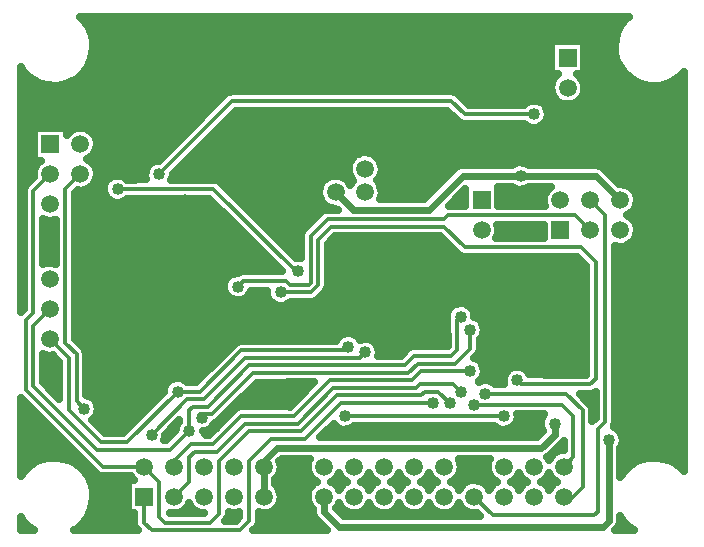
<source format=gbr>
G04 DipTrace 2.1.9.5*
%INBottom.gbr*%
%MOIN*%
%ADD13C,0.013*%
%ADD14C,0.022*%
%ADD15C,0.025*%
%ADD23C,0.17*%
%ADD24C,0.0591*%
%ADD25R,0.0591X0.0591*%
%ADD30C,0.04*%
%FSLAX44Y44*%
%SFA1B1*%
%OFA0B0*%
G04*
G70*
G90*
G75*
G01*
%LNBottom*%
%LPD*%
X23315Y14315D2*
D13*
X22814Y14816D1*
X18564D1*
X18439Y14691D1*
X14564D1*
X14002Y14128D1*
Y12566D1*
X13939Y12503D1*
X13314D1*
X13189Y12628D1*
X11752D1*
X11564Y12441D1*
X14829Y15590D2*
D14*
X15417Y15003D1*
X17940D1*
X19065Y16128D1*
X20990D1*
X23502D1*
X24315Y15315D1*
X12440Y5440D2*
Y6440D1*
Y6630D1*
X12877Y7066D1*
X21688D1*
X22126Y7504D1*
Y7879D1*
X13002Y8566D2*
D13*
X13064Y8504D1*
X11817Y11001D2*
X11877Y10941D1*
X18064Y8566D2*
X15001D1*
X13814Y7379D1*
X12689D1*
X11939Y6629D1*
Y4629D1*
X11627Y4317D1*
X8690D1*
X8440Y4567D1*
Y5440D1*
X18626Y8566D2*
X18251Y8941D1*
X17814D1*
X17689Y8816D1*
X14877D1*
X13689Y7629D1*
X11939D1*
X10939Y6629D1*
Y4879D1*
X10627Y4567D1*
X9127D1*
X8940Y4754D1*
Y5940D1*
X8440Y6440D1*
X5315Y16190D2*
X4753Y15628D1*
Y11566D1*
X4503Y11316D1*
Y9004D1*
X7066Y6440D1*
X8440D1*
X6315Y16190D2*
X5815Y15690D1*
Y10566D1*
X6190Y10191D1*
Y8629D1*
X6440Y8379D1*
X19001Y8941D2*
X18751Y9191D1*
X17626D1*
X17501Y9066D1*
X14752D1*
X13564Y7879D1*
X11814D1*
X10877Y6941D1*
X10127D1*
X9940Y6754D1*
Y5940D1*
X9440Y5440D1*
X19314Y9629D2*
X17689D1*
X17376Y9316D1*
X14627D1*
X13439Y8129D1*
X11689D1*
X10752Y7191D1*
X10002D1*
X9440Y6629D1*
Y6440D1*
X8691Y7504D2*
X9879Y8691D1*
X10439D1*
X11814Y10066D1*
X15626D1*
X15814Y10254D1*
X15251Y10441D2*
X15126Y10316D1*
X11689D1*
X10314Y8941D1*
X9565D1*
X5316Y10691D2*
X5315Y10690D1*
X5940Y10065D1*
Y8316D1*
X7002Y7254D1*
X7877D1*
X9565Y8941D1*
X19001Y11441D2*
X18876Y11316D1*
Y10316D1*
X18689Y10129D1*
X17439D1*
X17126Y9816D1*
X11939D1*
X10564Y8441D1*
X10066D1*
X9940Y8315D1*
Y7628D1*
X9315Y7004D1*
X6877D1*
X4753Y9129D1*
Y11128D1*
X5315Y11690D1*
X19314Y11003D2*
Y10379D1*
X18814Y9879D1*
X17564D1*
X17251Y9566D1*
X12066D1*
X10690Y8190D1*
X10315D1*
Y8004D1*
X10377Y8067D1*
X15127Y8128D2*
X20440D1*
X13002Y12253D2*
X14002D1*
X14252Y12503D1*
Y14003D1*
X14689Y14441D1*
X18439D1*
X19126Y13753D1*
X23001D1*
X23501Y13253D1*
Y9379D1*
X23313Y9191D1*
X21001D1*
X20876Y9316D1*
X19815Y8878D2*
X22502D1*
X23063Y8316D1*
Y5754D1*
X22687Y5378D1*
X22502D1*
X22440Y5440D1*
X19440Y8503D2*
X22377D1*
X22751Y8129D1*
Y6751D1*
X22440Y6440D1*
X23315Y15315D2*
X23813Y14817D1*
Y7941D1*
X23563Y7691D1*
Y4942D1*
X23438Y4817D1*
X20063D1*
X19440Y5440D1*
X8940Y16190D2*
X11377Y18628D1*
X18689D1*
X19126Y18190D1*
X21438D1*
X14440Y5440D2*
D14*
Y4940D1*
X14940Y4440D1*
X23752D1*
X23940Y4628D1*
Y7315D1*
X13558Y12948D2*
D13*
X13495D1*
X10752Y15690D1*
X7565D1*
D30*
X11564Y12441D3*
X20990Y16128D3*
X22126Y7879D3*
X13002Y8566D3*
X11817Y11001D3*
X18064Y8566D3*
X18626D3*
X6440Y8379D3*
X19001Y8941D3*
X19314Y9629D3*
X8691Y7504D3*
X15814Y10254D3*
X15251Y10441D3*
X9565Y8941D3*
X19001Y11441D3*
X9940Y7628D3*
X19314Y11003D3*
X10377Y8067D3*
X15127Y8128D3*
X20440D3*
X13002Y12253D3*
X20876Y9316D3*
X19815Y8878D3*
X19440Y8503D3*
X8940Y16190D3*
X21438Y18190D3*
X23940Y7315D3*
X13558Y12948D3*
X7565Y15690D3*
X9065Y19003D3*
X8877Y17565D3*
X13940Y19940D3*
X15940D3*
X14440Y17940D3*
X15940D3*
X19440Y17440D3*
X20940D3*
X23440D3*
X24440Y16440D3*
X24940Y18440D3*
X25940D3*
Y17440D3*
X25440Y14940D3*
X24940Y7940D3*
X18065Y7565D3*
X18690D3*
X19315D3*
X14690D3*
X7440Y7690D3*
X4565Y8190D3*
Y7065D3*
X5190Y7440D3*
X10440Y14315D3*
Y13315D3*
X9815Y15315D3*
X10315Y16565D3*
X12565Y14815D3*
X11440Y11565D3*
X14565Y11690D3*
Y10815D3*
X17815Y12690D3*
X18565Y12190D3*
X18190Y19815D3*
X19315D3*
X7065Y21190D3*
X7940D3*
X8815D3*
X9690D3*
X10565D3*
X11565D3*
X7065Y20190D3*
Y19190D3*
X5940Y18690D3*
X4690D3*
X11565Y20190D3*
X18190Y16190D3*
X20815Y12690D3*
X23065Y11440D3*
X22690Y10940D3*
X24315Y13065D3*
X21440Y7690D3*
X13315Y13940D3*
X24565Y11065D3*
X24440Y9440D3*
X10814Y7754D3*
X7627Y5440D3*
X7877Y11503D3*
X8690D3*
X10627Y9941D3*
X6539Y21181D2*
D15*
X24341D1*
X6676Y20933D2*
X24204D1*
X6746Y20684D2*
X24130D1*
X6770Y20435D2*
X21989D1*
X23141D2*
X24111D1*
X6746Y20187D2*
X21989D1*
X23141D2*
X24134D1*
X6672Y19938D2*
X21989D1*
X23141D2*
X24208D1*
X6536Y19689D2*
X21989D1*
X23141D2*
X24345D1*
X4350Y19440D2*
X4575D1*
X6305D2*
X22138D1*
X22993D2*
X24575D1*
X26305D2*
X26406D1*
X4350Y19192D2*
X5029D1*
X5848D2*
X22005D1*
X23125D2*
X25029D1*
X25848D2*
X26404D1*
X4350Y18943D2*
X11298D1*
X18766D2*
X22005D1*
X23125D2*
X26404D1*
X4350Y18694D2*
X10966D1*
X19098D2*
X22134D1*
X22996D2*
X26404D1*
X4350Y18446D2*
X10716D1*
X21840D2*
X26404D1*
X4350Y18197D2*
X10470D1*
X11422D2*
X18642D1*
X21918D2*
X26404D1*
X4350Y17948D2*
X10220D1*
X11176D2*
X18892D1*
X21848D2*
X26404D1*
X4350Y17700D2*
X4739D1*
X5891D2*
X6083D1*
X6547D2*
X9970D1*
X10926D2*
X26404D1*
X4350Y17451D2*
X4739D1*
X6825D2*
X9724D1*
X10676D2*
X26404D1*
X4350Y17202D2*
X4739D1*
X6891D2*
X9474D1*
X10430D2*
X26404D1*
X4350Y16954D2*
X4739D1*
X6836D2*
X9224D1*
X10180D2*
X26404D1*
X4350Y16705D2*
X4739D1*
X6598D2*
X8978D1*
X9930D2*
X15349D1*
X16270D2*
X26404D1*
X4350Y16456D2*
X4810D1*
X6821D2*
X8544D1*
X9684D2*
X15239D1*
X16375D2*
X18880D1*
X23684D2*
X26404D1*
X4350Y16208D2*
X4739D1*
X6891D2*
X8458D1*
X9434D2*
X15259D1*
X16360D2*
X18603D1*
X23965D2*
X26404D1*
X4350Y15959D2*
X4607D1*
X6840D2*
X7173D1*
X10950D2*
X14396D1*
X15262D2*
X15375D1*
X16243D2*
X18357D1*
X24211D2*
X26404D1*
X6610Y15710D2*
X7087D1*
X11211D2*
X14267D1*
X16371D2*
X18107D1*
X20266D2*
X20786D1*
X21196D2*
X21907D1*
X24723D2*
X26404D1*
X6161Y15461D2*
X7146D1*
X11457D2*
X14271D1*
X16368D2*
X17857D1*
X18942D2*
X19114D1*
X20266D2*
X21759D1*
X24871D2*
X26404D1*
X6161Y15213D2*
X10751D1*
X11707D2*
X14404D1*
X18692D2*
X19114D1*
X20266D2*
X21751D1*
X24879D2*
X26404D1*
X6161Y14964D2*
X11001D1*
X11957D2*
X14372D1*
X24762D2*
X26404D1*
X6161Y14715D2*
X11251D1*
X12204D2*
X14111D1*
X24719D2*
X26404D1*
X5098Y14467D2*
X5470D1*
X6161D2*
X11497D1*
X12454D2*
X13864D1*
X20243D2*
X21739D1*
X24868D2*
X26404D1*
X5098Y14218D2*
X5470D1*
X6161D2*
X11747D1*
X12704D2*
X13669D1*
X20258D2*
X21739D1*
X24883D2*
X26404D1*
X5098Y13969D2*
X5470D1*
X6161D2*
X11997D1*
X12950D2*
X13657D1*
X14696D2*
X18431D1*
X24770D2*
X26404D1*
X5098Y13721D2*
X5470D1*
X6161D2*
X12243D1*
X13200D2*
X13657D1*
X14598D2*
X18681D1*
X24157D2*
X26404D1*
X5098Y13472D2*
X5470D1*
X6161D2*
X12493D1*
X13450D2*
X13657D1*
X14598D2*
X18950D1*
X24157D2*
X26404D1*
X6161Y13223D2*
X12743D1*
X14598D2*
X23052D1*
X24157D2*
X26404D1*
X6161Y12975D2*
X12989D1*
X14598D2*
X23157D1*
X24157D2*
X26404D1*
X6161Y12726D2*
X11185D1*
X14598D2*
X23157D1*
X24157D2*
X26404D1*
X6161Y12477D2*
X11087D1*
X14594D2*
X23157D1*
X24157D2*
X26404D1*
X6161Y12229D2*
X11138D1*
X11993D2*
X12521D1*
X14454D2*
X23157D1*
X24157D2*
X26404D1*
X6161Y11980D2*
X12614D1*
X14192D2*
X23157D1*
X24157D2*
X26404D1*
X6161Y11731D2*
X18626D1*
X19375D2*
X23157D1*
X24157D2*
X26404D1*
X6161Y11482D2*
X18525D1*
X19481D2*
X23157D1*
X24157D2*
X26404D1*
X6161Y11234D2*
X18532D1*
X19731D2*
X23157D1*
X24157D2*
X26404D1*
X6161Y10985D2*
X18532D1*
X19793D2*
X23157D1*
X24157D2*
X26404D1*
X6161Y10736D2*
X14880D1*
X15621D2*
X18532D1*
X19707D2*
X23157D1*
X24157D2*
X26404D1*
X6371Y10488D2*
X11384D1*
X16227D2*
X18532D1*
X19657D2*
X23157D1*
X24157D2*
X26404D1*
X6532Y10239D2*
X11134D1*
X16293D2*
X17071D1*
X19625D2*
X23157D1*
X24157D2*
X26404D1*
X5098Y9990D2*
X5536D1*
X6536D2*
X10888D1*
X19614D2*
X23157D1*
X24157D2*
X26404D1*
X5098Y9742D2*
X5595D1*
X6536D2*
X10638D1*
X19778D2*
X20689D1*
X21063D2*
X23157D1*
X24157D2*
X26404D1*
X5098Y9493D2*
X5595D1*
X6536D2*
X10388D1*
X19774D2*
X20431D1*
X24157D2*
X26404D1*
X5114Y9244D2*
X5595D1*
X6536D2*
X9200D1*
X12223D2*
X14075D1*
X20110D2*
X20404D1*
X24157D2*
X26404D1*
X5364Y8996D2*
X5595D1*
X6536D2*
X9087D1*
X11973D2*
X13829D1*
X24157D2*
X26404D1*
X6731Y8747D2*
X8892D1*
X11723D2*
X13579D1*
X23110D2*
X23470D1*
X24157D2*
X26404D1*
X4350Y8498D2*
X4532D1*
X6903D2*
X8646D1*
X11477D2*
X13329D1*
X23352D2*
X23469D1*
X24157D2*
X26404D1*
X4350Y8250D2*
X4779D1*
X6903D2*
X8396D1*
X11227D2*
X11336D1*
X24157D2*
X26404D1*
X4350Y8001D2*
X5029D1*
X6731D2*
X8146D1*
X10977D2*
X11086D1*
X20903D2*
X21661D1*
X24157D2*
X26404D1*
X4350Y7752D2*
X5279D1*
X6981D2*
X7900D1*
X10731D2*
X10837D1*
X14664D2*
X14845D1*
X15411D2*
X20157D1*
X20723D2*
X21665D1*
X24094D2*
X26404D1*
X4350Y7503D2*
X5525D1*
X9172D2*
X9337D1*
X14414D2*
X21583D1*
X24379D2*
X26404D1*
X4350Y7255D2*
X5775D1*
X24414D2*
X26404D1*
X4350Y7006D2*
X6025D1*
X22168D2*
X22407D1*
X24329D2*
X26404D1*
X4350Y6757D2*
X6271D1*
X24329D2*
X26404D1*
X4350Y6509D2*
X4665D1*
X6215D2*
X6521D1*
X13012D2*
X13868D1*
X19012D2*
X19868D1*
X24329D2*
X24665D1*
X26215D2*
X26404D1*
X6481Y6260D2*
X6771D1*
X12985D2*
X13896D1*
X18985D2*
X19896D1*
X6641Y6011D2*
X8071D1*
X12829D2*
X14071D1*
X14809D2*
X15071D1*
X15809D2*
X16071D1*
X16809D2*
X17071D1*
X17809D2*
X18071D1*
X18809D2*
X20071D1*
X20809D2*
X21071D1*
X21809D2*
X22071D1*
X6731Y5763D2*
X7864D1*
X12911D2*
X13970D1*
X6770Y5514D2*
X7864D1*
X13008D2*
X13868D1*
X6758Y5265D2*
X7864D1*
X12985D2*
X13892D1*
X6700Y5017D2*
X7864D1*
X9817D2*
X10064D1*
X12817D2*
X14052D1*
X14903D2*
X15064D1*
X15817D2*
X16064D1*
X16817D2*
X17064D1*
X17817D2*
X18064D1*
X18817D2*
X19064D1*
X6586Y4768D2*
X8095D1*
X11266D2*
X11595D1*
X12286D2*
X14095D1*
X4350Y4519D2*
X4489D1*
X6391D2*
X8099D1*
X12266D2*
X14321D1*
X24313D2*
X24489D1*
X16345Y15466D2*
X16310Y15367D1*
X17788Y15368D1*
X18807Y16386D1*
X18909Y16457D1*
X19043Y16492D1*
X20717Y16493D1*
X20849Y16560D1*
X20971Y16582D1*
X21095Y16570D1*
X21212Y16525D1*
X21258Y16490D1*
X23365Y16493D1*
X23502D1*
X23625Y16471D1*
X23745Y16400D1*
X24283Y15864D1*
X24347D1*
X24470Y15843D1*
X24585Y15795D1*
X24686Y15722D1*
X24768Y15628D1*
X24827Y15518D1*
X24859Y15397D1*
X24865Y15315D1*
X24851Y15191D1*
X24809Y15074D1*
X24742Y14968D1*
X24653Y14881D1*
X24543Y14815D1*
X24686Y14722D1*
X24768Y14628D1*
X24827Y14518D1*
X24859Y14397D1*
X24865Y14315D1*
X24851Y14191D1*
X24809Y14074D1*
X24742Y13968D1*
X24653Y13881D1*
X24547Y13816D1*
X24429Y13777D1*
X24304Y13765D1*
X24181Y13781D1*
X24133Y13799D1*
Y7941D1*
X24108Y7820D1*
X24161Y7713D1*
X24261Y7638D1*
X24336Y7539D1*
X24382Y7423D1*
X24395Y7315D1*
X24378Y7192D1*
X24328Y7077D1*
X24306Y7050D1*
X24305Y6085D1*
X24429Y6267D1*
X24605Y6445D1*
X24811Y6585D1*
X25041Y6684D1*
X25285Y6737D1*
X25534Y6743D1*
X25780Y6701D1*
X26014Y6614D1*
X26227Y6483D1*
X26411Y6314D1*
X26428Y6293D1*
X26430Y8200D1*
Y19587D1*
X26291Y19449D1*
X26087Y19305D1*
X25859Y19203D1*
X25616Y19146D1*
X25367Y19136D1*
X25120Y19173D1*
X24885Y19257D1*
X24670Y19385D1*
X24484Y19550D1*
X24332Y19748D1*
X24220Y19972D1*
X24154Y20212D1*
X24134Y20461D1*
X24162Y20709D1*
X24236Y20947D1*
X24355Y21167D1*
X24513Y21360D1*
X24591Y21431D1*
X16680Y21430D1*
X6293D1*
X6411Y21314D1*
X6559Y21114D1*
X6667Y20888D1*
X6730Y20647D1*
X6746Y20440D1*
X6722Y20192D1*
X6652Y19952D1*
X6537Y19731D1*
X6382Y19535D1*
X6193Y19372D1*
X5976Y19249D1*
X5739Y19168D1*
X5492Y19135D1*
X5243Y19149D1*
X5001Y19210D1*
X4775Y19316D1*
X4573Y19463D1*
X4403Y19646D1*
X4326Y19759D1*
X4325Y11590D1*
X4434Y11700D1*
X4433Y15628D1*
X4457Y15749D1*
X4526Y15854D1*
X4772Y16100D1*
X4765Y16211D1*
X4784Y16335D1*
X4830Y16450D1*
X4901Y16553D1*
X4997Y16639D1*
X4765Y16640D1*
Y17740D1*
X5865D1*
Y17510D1*
X5994Y17637D1*
X6103Y17698D1*
X6222Y17732D1*
X6347Y17739D1*
X6470Y17718D1*
X6585Y17670D1*
X6686Y17597D1*
X6768Y17503D1*
X6827Y17393D1*
X6859Y17272D1*
X6865Y17190D1*
X6851Y17066D1*
X6809Y16949D1*
X6742Y16843D1*
X6653Y16756D1*
X6543Y16690D1*
X6686Y16597D1*
X6768Y16503D1*
X6827Y16393D1*
X6859Y16272D1*
X6865Y16190D1*
X6851Y16066D1*
X6809Y15949D1*
X6742Y15843D1*
X6653Y15756D1*
X6547Y15691D1*
X6429Y15652D1*
X6304Y15640D1*
X6231Y15650D1*
X6135Y15558D1*
Y10702D1*
X6416Y10417D1*
X6485Y10314D1*
X6510Y10191D1*
Y8828D1*
X6661Y8776D1*
X6761Y8702D1*
X6836Y8602D1*
X6882Y8487D1*
X6895Y8379D1*
X6878Y8255D1*
X6828Y8141D1*
X6749Y8045D1*
X6701Y8011D1*
X7136Y7573D1*
X7748Y7574D1*
X9065Y8894D1*
X9112Y8941D1*
X9115Y9011D1*
X9151Y9131D1*
X9218Y9236D1*
X9311Y9319D1*
X9423Y9374D1*
X9545Y9396D1*
X9669Y9384D1*
X9786Y9339D1*
X9888Y9261D1*
X10186D1*
X11463Y10542D1*
X11566Y10611D1*
X11689Y10636D1*
X14842D1*
X14905Y10736D1*
X14998Y10819D1*
X15110Y10873D1*
X15232Y10896D1*
X15356Y10884D1*
X15473Y10839D1*
X15572Y10764D1*
X15641Y10674D1*
X15795Y10708D1*
X15919Y10696D1*
X16035Y10651D1*
X16135Y10576D1*
X16210Y10477D1*
X16256Y10361D1*
X16269Y10254D1*
X16252Y10134D1*
X16990Y10136D1*
X17212Y10355D1*
X17316Y10424D1*
X17439Y10449D1*
X18560D1*
X18556Y11316D1*
X18552Y11511D1*
X18587Y11631D1*
X18654Y11736D1*
X18747Y11819D1*
X18859Y11873D1*
X18982Y11896D1*
X19106Y11884D1*
X19222Y11839D1*
X19322Y11764D1*
X19397Y11665D1*
X19443Y11549D1*
X19456Y11437D1*
X19535Y11401D1*
X19634Y11326D1*
X19710Y11227D1*
X19756Y11111D1*
X19769Y11003D1*
X19751Y10880D1*
X19702Y10766D1*
X19635Y10685D1*
X19634Y10379D1*
X19609Y10257D1*
X19540Y10152D1*
X19449Y10061D1*
X19535Y10026D1*
X19634Y9951D1*
X19710Y9852D1*
X19756Y9736D1*
X19769Y9629D1*
X19751Y9505D1*
X19702Y9391D1*
X19623Y9295D1*
X19594Y9275D1*
X19673Y9310D1*
X19796Y9332D1*
X19920Y9320D1*
X20036Y9275D1*
X20138Y9197D1*
X20436Y9198D1*
X20424Y9262D1*
X20426Y9386D1*
X20462Y9506D1*
X20529Y9611D1*
X20622Y9694D1*
X20734Y9749D1*
X20857Y9771D1*
X20981Y9759D1*
X21097Y9714D1*
X21197Y9639D1*
X21282Y9515D1*
X22251Y9511D1*
X23184D1*
X23181Y10254D1*
Y13125D1*
X22868Y13433D1*
X19126D1*
X19004Y13457D1*
X18900Y13527D1*
X18306Y14121D1*
X14818D1*
X14570Y13869D1*
X14572Y12503D1*
X14547Y12381D1*
X14478Y12277D1*
X14228Y12027D1*
X14125Y11958D1*
X14002Y11933D1*
X13326D1*
X13209Y11848D1*
X13091Y11807D1*
X12966Y11800D1*
X12845Y11826D1*
X12735Y11885D1*
X12645Y11971D1*
X12582Y12079D1*
X12550Y12199D1*
X12552Y12312D1*
X11998Y12308D1*
X11952Y12203D1*
X11873Y12107D1*
X11771Y12036D1*
X11653Y11995D1*
X11529Y11987D1*
X11407Y12014D1*
X11297Y12072D1*
X11207Y12159D1*
X11144Y12266D1*
X11113Y12387D1*
X11115Y12511D1*
X11151Y12630D1*
X11218Y12736D1*
X11311Y12819D1*
X11423Y12873D1*
X11572Y12893D1*
X11625Y12922D1*
X11752Y12948D1*
X13045D1*
X11766Y14224D1*
X10620Y15370D1*
X7889D1*
X7772Y15285D1*
X7654Y15244D1*
X7530Y15236D1*
X7408Y15263D1*
X7298Y15322D1*
X7208Y15408D1*
X7145Y15515D1*
X7113Y15636D1*
X7115Y15760D1*
X7151Y15880D1*
X7218Y15985D1*
X7311Y16068D1*
X7423Y16122D1*
X7546Y16145D1*
X7670Y16133D1*
X7786Y16088D1*
X7888Y16010D1*
X8520Y16016D1*
X8488Y16136D1*
X8490Y16261D1*
X8526Y16380D1*
X8593Y16485D1*
X8686Y16568D1*
X8798Y16623D1*
X8940Y16643D1*
X11151Y18854D1*
X11254Y18923D1*
X11377Y18948D1*
X18689D1*
X18810Y18924D1*
X18915Y18854D1*
X19260Y18509D1*
X21114Y18510D1*
X21185Y18568D1*
X21297Y18623D1*
X21419Y18645D1*
X21543Y18633D1*
X21659Y18588D1*
X21759Y18513D1*
X21835Y18414D1*
X21880Y18298D1*
X21893Y18190D1*
X21876Y18067D1*
X21826Y17953D1*
X21747Y17856D1*
X21645Y17785D1*
X21527Y17744D1*
X21403Y17737D1*
X21281Y17763D1*
X21171Y17822D1*
X21118Y17873D1*
X20063Y17870D1*
X19126D1*
X19004Y17894D1*
X18900Y17964D1*
X18555Y18309D1*
X11513Y18308D1*
X9835Y16634D1*
X9395Y16190D1*
X9378Y16067D1*
X9351Y16006D1*
X10065Y16010D1*
X10752D1*
X10874Y15986D1*
X10979Y15916D1*
X13495Y13400D1*
X13663Y13390D1*
X13681Y13383D1*
X13682Y14128D1*
X13706Y14250D1*
X13775Y14354D1*
X14338Y14917D1*
X14441Y14986D1*
X14564Y15011D1*
X14896D1*
X14818Y15040D1*
X14694Y15057D1*
X14578Y15101D1*
X14474Y15170D1*
X14388Y15260D1*
X14325Y15368D1*
X14288Y15487D1*
X14279Y15612D1*
X14298Y15735D1*
X14344Y15851D1*
X14415Y15953D1*
X14507Y16037D1*
X14616Y16098D1*
X14736Y16133D1*
X14861Y16140D1*
X14983Y16118D1*
X15098Y16070D1*
X15200Y15997D1*
X15282Y15903D1*
X15316Y15838D1*
X15395Y15953D1*
X15421Y15977D1*
X15368Y16040D1*
X15305Y16148D1*
X15268Y16267D1*
X15259Y16392D1*
X15278Y16515D1*
X15324Y16631D1*
X15395Y16733D1*
X15487Y16817D1*
X15596Y16878D1*
X15716Y16913D1*
X15841Y16920D1*
X15963Y16898D1*
X16078Y16850D1*
X16180Y16777D1*
X16262Y16683D1*
X16320Y16573D1*
X16353Y16452D1*
X16359Y16370D1*
X16345Y16246D1*
X16303Y16129D1*
X16236Y16024D1*
X16194Y15983D1*
X16262Y15903D1*
X16320Y15793D1*
X16353Y15672D1*
X16359Y15590D1*
X16345Y15466D1*
X5491Y14673D2*
X5429Y14652D1*
X5304Y14640D1*
X5181Y14656D1*
X5075Y14696D1*
X5073Y13186D1*
X5222Y13232D1*
X5347Y13239D1*
X5495Y13207D1*
Y14672D1*
X5401Y10149D2*
X5304Y10140D1*
X5181Y10156D1*
X5075Y10196D1*
X5073Y9264D1*
X5622Y8711D1*
X5620Y9930D1*
X5407Y10145D1*
X21765Y14073D2*
Y14495D1*
X20209Y14496D1*
X20234Y14397D1*
X20240Y14315D1*
X20226Y14191D1*
X20182Y14070D1*
X21126Y14073D1*
X21763D1*
X21799Y15134D2*
X21774Y15212D1*
X21765Y15336D1*
X21784Y15460D1*
X21830Y15575D1*
X21901Y15678D1*
X21997Y15764D1*
X21264Y15763D1*
X21197Y15722D1*
X21080Y15681D1*
X20955Y15674D1*
X20833Y15700D1*
X20721Y15762D1*
X20237Y15763D1*
X20240Y15365D1*
Y15135D1*
X21794Y15136D1*
X19140D2*
Y15683D1*
X18591Y15137D1*
X19138Y15136D1*
X22140Y20615D2*
X23115D1*
Y19515D1*
X22885D1*
X22936Y19472D1*
X23018Y19378D1*
X23077Y19268D1*
X23109Y19147D1*
X23115Y19065D1*
X23101Y18941D1*
X23059Y18824D1*
X22992Y18718D1*
X22903Y18631D1*
X22797Y18566D1*
X22679Y18527D1*
X22554Y18515D1*
X22431Y18531D1*
X22314Y18575D1*
X22210Y18644D1*
X22125Y18735D1*
X22062Y18843D1*
X22024Y18962D1*
X22015Y19086D1*
X22034Y19210D1*
X22080Y19325D1*
X22151Y19428D1*
X22247Y19514D1*
X22015Y19515D1*
Y20615D1*
X22140D1*
X8015Y5990D2*
X8120D1*
X8000Y6110D1*
X7994Y6120D1*
X7066D1*
X6944Y6144D1*
X6840Y6214D1*
X4324Y8730D1*
X4325Y6121D1*
X4429Y6267D1*
X4605Y6445D1*
X4811Y6585D1*
X5041Y6684D1*
X5285Y6737D1*
X5534Y6743D1*
X5780Y6701D1*
X6014Y6614D1*
X6227Y6483D1*
X6411Y6314D1*
X6559Y6114D1*
X6667Y5888D1*
X6730Y5647D1*
X6746Y5440D1*
X6722Y5192D1*
X6652Y4952D1*
X6537Y4731D1*
X6382Y4535D1*
X6193Y4372D1*
X6117Y4324D1*
X8227Y4325D1*
X8146Y4440D1*
X8120Y4567D1*
X8115Y4890D1*
X7890D1*
Y5990D1*
X8015D1*
X9938Y5210D2*
X9867Y5093D1*
X9778Y5006D1*
X9672Y4941D1*
X9554Y4902D1*
X9429Y4890D1*
X9306Y4906D1*
X9377Y4887D1*
X10429Y4890D1*
X10306Y4906D1*
X10189Y4950D1*
X10085Y5019D1*
X10000Y5110D1*
X9939Y5214D1*
X11616Y4923D2*
X11554Y4902D1*
X11429Y4890D1*
X11306Y4906D1*
X11258Y4924D1*
X11259Y4883D1*
X11237Y4761D1*
X11152Y4639D1*
X11163Y4652D1*
X11190Y4637D1*
X11498D1*
X11619Y4761D1*
Y4922D1*
X12976Y5316D2*
X12934Y5199D1*
X12867Y5093D1*
X12778Y5006D1*
X12672Y4941D1*
X12554Y4902D1*
X12429Y4890D1*
X12306Y4906D1*
X12258Y4924D1*
X12259Y4629D1*
X12235Y4507D1*
X12166Y4403D1*
X12085Y4323D1*
X14540Y4325D1*
X14182Y4682D1*
X14110Y4784D1*
X14076Y4918D1*
X14075Y5030D1*
X14000Y5110D1*
X13937Y5218D1*
X13899Y5337D1*
X13890Y5461D1*
X13909Y5585D1*
X13955Y5700D1*
X14026Y5803D1*
X14119Y5887D1*
X14211Y5938D1*
X14085Y6019D1*
X14000Y6110D1*
X13937Y6218D1*
X13899Y6337D1*
X13890Y6461D1*
X13909Y6585D1*
X13957Y6704D1*
X13028Y6701D1*
X12955Y6629D1*
X12984Y6522D1*
X12990Y6440D1*
X12976Y6316D1*
X12934Y6199D1*
X12867Y6093D1*
X12803Y6031D1*
X12805Y5850D1*
X12893Y5753D1*
X12952Y5643D1*
X12984Y5522D1*
X12990Y5440D1*
X12976Y5316D1*
X14938Y5210D2*
X14867Y5093D1*
X14837Y5063D1*
X15093Y4803D1*
X19440Y4805D1*
X19624D1*
X19531Y4897D1*
X19429Y4890D1*
X19306Y4906D1*
X19189Y4950D1*
X19085Y5019D1*
X19000Y5110D1*
X18939Y5214D1*
X18867Y5093D1*
X18778Y5006D1*
X18672Y4941D1*
X18554Y4902D1*
X18429Y4890D1*
X18306Y4906D1*
X18189Y4950D1*
X18085Y5019D1*
X18000Y5110D1*
X17939Y5214D1*
X17867Y5093D1*
X17778Y5006D1*
X17672Y4941D1*
X17554Y4902D1*
X17429Y4890D1*
X17306Y4906D1*
X17189Y4950D1*
X17085Y5019D1*
X17000Y5110D1*
X16939Y5214D1*
X16867Y5093D1*
X16778Y5006D1*
X16672Y4941D1*
X16554Y4902D1*
X16429Y4890D1*
X16306Y4906D1*
X16189Y4950D1*
X16085Y5019D1*
X16000Y5110D1*
X15939Y5214D1*
X15867Y5093D1*
X15778Y5006D1*
X15672Y4941D1*
X15554Y4902D1*
X15429Y4890D1*
X15306Y4906D1*
X15189Y4950D1*
X15085Y5019D1*
X15000Y5110D1*
X14939Y5214D1*
X14663Y5939D2*
X14710Y5920D1*
X14811Y5847D1*
X14893Y5753D1*
X14939Y5667D1*
X15026Y5803D1*
X15119Y5887D1*
X15211Y5938D1*
X15085Y6019D1*
X15000Y6110D1*
X14939Y6214D1*
X14867Y6093D1*
X14778Y6006D1*
X14668Y5940D1*
X15663Y5939D2*
X15710Y5920D1*
X15811Y5847D1*
X15893Y5753D1*
X15939Y5667D1*
X16026Y5803D1*
X16119Y5887D1*
X16211Y5938D1*
X16085Y6019D1*
X16000Y6110D1*
X15939Y6214D1*
X15867Y6093D1*
X15778Y6006D1*
X15668Y5940D1*
X16663Y5939D2*
X16710Y5920D1*
X16811Y5847D1*
X16893Y5753D1*
X16939Y5667D1*
X17026Y5803D1*
X17119Y5887D1*
X17211Y5938D1*
X17085Y6019D1*
X17000Y6110D1*
X16939Y6214D1*
X16867Y6093D1*
X16778Y6006D1*
X16668Y5940D1*
X17663Y5939D2*
X17710Y5920D1*
X17811Y5847D1*
X17893Y5753D1*
X17939Y5667D1*
X18026Y5803D1*
X18119Y5887D1*
X18211Y5938D1*
X18085Y6019D1*
X18000Y6110D1*
X17939Y6214D1*
X17867Y6093D1*
X17778Y6006D1*
X17668Y5940D1*
X18663Y5939D2*
X18710Y5920D1*
X18811Y5847D1*
X18893Y5753D1*
X18939Y5667D1*
X19026Y5803D1*
X19119Y5887D1*
X19228Y5948D1*
X19347Y5982D1*
X19472Y5989D1*
X19595Y5968D1*
X19710Y5920D1*
X19811Y5847D1*
X19893Y5753D1*
X19939Y5667D1*
X20026Y5803D1*
X20119Y5887D1*
X20211Y5938D1*
X20085Y6019D1*
X20000Y6110D1*
X19937Y6218D1*
X19899Y6337D1*
X19890Y6461D1*
X19909Y6585D1*
X19957Y6704D1*
X18927Y6701D1*
X18984Y6522D1*
X18990Y6440D1*
X18976Y6316D1*
X18934Y6199D1*
X18867Y6093D1*
X18778Y6006D1*
X18668Y5940D1*
X20663Y5939D2*
X20710Y5920D1*
X20811Y5847D1*
X20893Y5753D1*
X20939Y5667D1*
X21026Y5803D1*
X21119Y5887D1*
X21211Y5938D1*
X21085Y6019D1*
X21000Y6110D1*
X20939Y6214D1*
X20867Y6093D1*
X20778Y6006D1*
X20668Y5940D1*
X21663Y5939D2*
X21710Y5920D1*
X21811Y5847D1*
X21893Y5753D1*
X21939Y5667D1*
X22026Y5803D1*
X22119Y5887D1*
X22211Y5938D1*
X22085Y6019D1*
X22000Y6110D1*
X21939Y6214D1*
X21867Y6093D1*
X21778Y6006D1*
X21668Y5940D1*
X21885Y6761D2*
X21939Y6667D1*
X22026Y6803D1*
X22119Y6887D1*
X22228Y6948D1*
X22347Y6982D1*
X22429Y6987D1*
X22431Y7301D1*
X22295Y7157D1*
X21932Y6796D1*
X4758Y4327D2*
X4573Y4463D1*
X4403Y4646D1*
X4326Y4759D1*
X4325Y4325D1*
X4759D1*
X24758Y4327D2*
X24573Y4463D1*
X24403Y4646D1*
X24303Y4799D1*
X24305Y4628D1*
X24284Y4505D1*
X24213Y4385D1*
X24151Y4322D1*
X24759Y4325D1*
X14318Y7431D2*
X21537D1*
X21742Y7637D1*
X21706Y7704D1*
X21674Y7825D1*
X21676Y7949D1*
X21712Y8068D1*
X21788Y8181D1*
X20889Y8183D1*
X20895Y8128D1*
X20878Y8004D1*
X20828Y7890D1*
X20749Y7794D1*
X20647Y7722D1*
X20529Y7681D1*
X20405Y7674D1*
X20283Y7700D1*
X20173Y7759D1*
X20120Y7810D1*
X19065Y7808D1*
X15452D1*
X15334Y7722D1*
X15217Y7681D1*
X15092Y7674D1*
X14970Y7700D1*
X14861Y7759D1*
X14757Y7869D1*
X14319Y7431D1*
X13304Y8446D2*
X14105Y9247D1*
X12200Y9246D1*
X10916Y7964D1*
X10813Y7895D1*
X10687Y7733D1*
X10584Y7662D1*
X10467Y7621D1*
X10393Y7616D1*
X10502Y7511D1*
X10623D1*
X11463Y8355D1*
X11566Y8424D1*
X11689Y8449D1*
X13310D1*
X9622Y7982D2*
X9146Y7504D1*
X9129Y7380D1*
X9106Y7327D1*
X9186Y7324D1*
X9484Y7625D1*
X9490Y7698D1*
X9526Y7818D1*
X9593Y7923D1*
X9619Y7946D1*
X23188Y8871D2*
X22958D1*
X23289Y8543D1*
X23359Y8439D1*
X23383Y8316D1*
Y7961D1*
X23494Y8075D1*
X23493Y8930D1*
X23440Y8897D1*
X23313Y8871D1*
X23188D1*
D23*
X17689Y17440D3*
X12949D3*
D24*
X15809Y15590D3*
X14829D3*
X15809Y16370D3*
X14829D3*
D25*
X5315Y17190D3*
D24*
X6315D3*
X5315Y16190D3*
X6315D3*
X5315Y15190D3*
X6315D3*
D25*
X5315Y9690D3*
D24*
Y10690D3*
Y11690D3*
Y12690D3*
D25*
X22315Y14315D3*
D24*
Y15315D3*
X23315Y14315D3*
Y15315D3*
X24315Y14315D3*
Y15315D3*
D25*
X19690D3*
D24*
Y14315D3*
D25*
X22565Y20065D3*
D24*
Y19065D3*
D25*
X8440Y5440D3*
D24*
Y6440D3*
X9440Y5440D3*
Y6440D3*
X10440Y5440D3*
Y6440D3*
X11440Y5440D3*
Y6440D3*
X12440Y5440D3*
Y6440D3*
X13440Y5440D3*
Y6440D3*
X14440Y5440D3*
Y6440D3*
X15440Y5440D3*
Y6440D3*
X16440Y5440D3*
Y6440D3*
X17440Y5440D3*
Y6440D3*
X18440Y5440D3*
Y6440D3*
X19440Y5440D3*
Y6440D3*
X20440Y5440D3*
Y6440D3*
X21440Y5440D3*
Y6440D3*
X22440Y5440D3*
Y6440D3*
M02*

</source>
